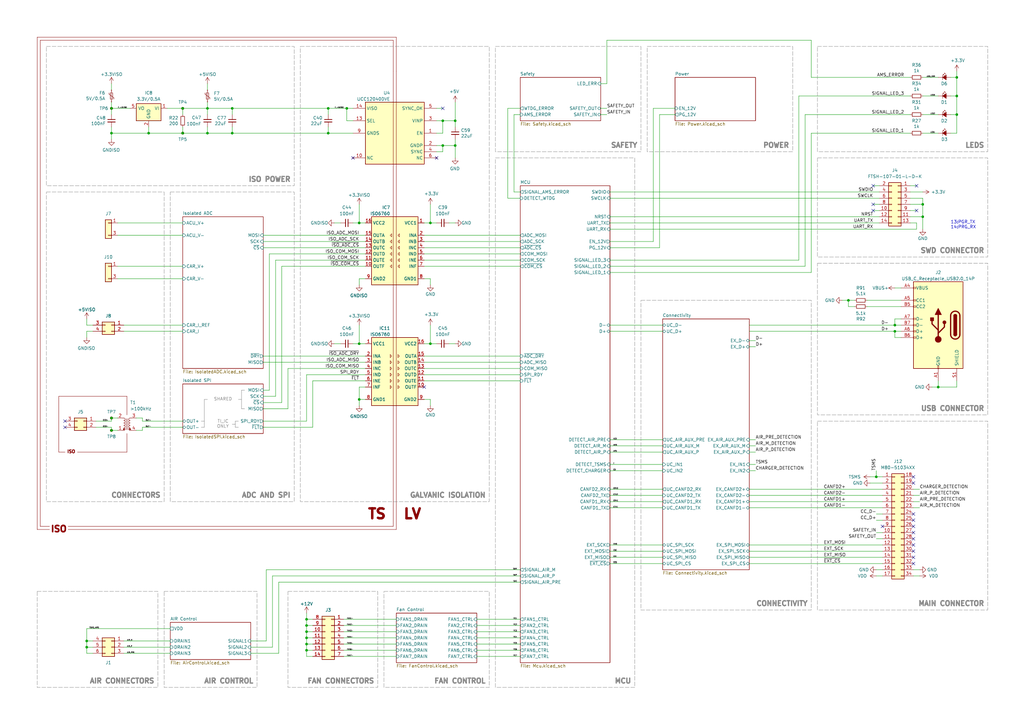
<source format=kicad_sch>
(kicad_sch (version 20231120) (generator "eeschema") (generator_version "8.0")
  (paper "A3")
  (title_block (title "PUTM_EV_BMS_HV_Master") (date "2021-01-26") (rev "1.0") (company "PUT Motorsport"))
  (junction (at 181.61 59.69))
  (junction (at 384.81 158.75))
  (junction (at 176.53 91.44))
  (junction (at 85.09 44.45))
  (junction (at 359.41 195.58))
  (junction (at 95.25 44.45))
  (junction (at 378.46 83.82))
  (junction (at 134.62 44.45))
  (junction (at 125.73 266.7))
  (junction (at 125.73 261.62))
  (junction (at 125.73 264.16))
  (junction (at 147.32 140.97))
  (junction (at 45.72 176.53))
  (junction (at 125.73 254))
  (junction (at 392.43 39.37))
  (junction (at 181.61 49.53))
  (junction (at 378.46 88.9))
  (junction (at 125.73 259.08))
  (junction (at 95.25 54.61))
  (junction (at 392.43 46.99))
  (junction (at 45.72 54.61))
  (junction (at 186.69 59.69))
  (junction (at 142.24 44.45))
  (junction (at 392.43 31.75))
  (junction (at 74.93 44.45))
  (junction (at 125.73 256.54))
  (junction (at 186.69 49.53))
  (junction (at 147.32 91.44))
  (junction (at 367.03 135.89))
  (junction (at 35.56 265.43))
  (junction (at 85.09 54.61))
  (junction (at 74.93 54.61))
  (junction (at 347.98 123.19))
  (junction (at 60.96 54.61))
  (junction (at 176.53 140.97))
  (junction (at 35.56 262.89))
  (junction (at 45.72 171.45))
  (junction (at 147.32 163.83))
  (junction (at 45.72 44.45))
  (junction (at 134.62 54.61))
  (junction (at 367.03 133.35))
  (no_connect (at 144.78 64.77))
  (no_connect (at 374.65 228.6))
  (no_connect (at 374.65 213.36))
  (no_connect (at 374.65 218.44))
  (no_connect (at 26.67 175.26))
  (no_connect (at 173.99 158.75))
  (no_connect (at 374.65 198.12))
  (no_connect (at 358.14 83.82))
  (no_connect (at 181.61 44.45))
  (no_connect (at 374.65 215.9))
  (no_connect (at 374.65 210.82))
  (no_connect (at 361.95 215.9))
  (no_connect (at 374.65 220.98))
  (no_connect (at 374.65 231.14))
  (no_connect (at 375.92 76.2))
  (no_connect (at 374.65 223.52))
  (no_connect (at 26.67 172.72))
  (no_connect (at 375.92 86.36))
  (no_connect (at 358.14 76.2))
  (no_connect (at 179.07 64.77))
  (no_connect (at 374.65 226.06))
  (no_connect (at 358.14 86.36))
  (no_connect (at 374.65 195.58))
  (wire (pts (xy 361.95 218.44) (xy 359.41 218.44)))
  (wire (pts (xy 45.72 171.45) (xy 45.72 172.72)))
  (wire (pts (xy 195.58 261.62) (xy 213.36 261.62)))
  (wire (pts (xy 107.95 99.06) (xy 149.86 99.06)))
  (wire (pts (xy 347.98 123.19) (xy 347.98 125.73)))
  (wire (pts (xy 332.74 54.61) (xy 373.38 54.61)))
  (wire (pts (xy 181.61 44.45) (xy 179.07 44.45)))
  (wire (pts (xy 176.53 114.3) (xy 176.53 116.84)))
  (wire (pts (xy 250.19 205.74) (xy 271.78 205.74)))
  (wire (pts (xy 125.73 269.24) (xy 128.27 269.24)))
  (wire (pts (xy 307.34 190.5) (xy 309.88 190.5)))
  (wire (pts (xy 270.51 46.99) (xy 270.51 101.6)))
  (wire (pts (xy 147.32 163.83) (xy 147.32 166.37)))
  (wire (pts (xy 378.46 88.9) (xy 378.46 93.98)))
  (wire (pts (xy 250.19 81.28) (xy 360.68 81.28)))
  (wire (pts (xy 125.73 259.08) (xy 128.27 259.08)))
  (wire (pts (xy 373.38 88.9) (xy 378.46 88.9)))
  (wire (pts (xy 267.97 44.45) (xy 276.86 44.45)))
  (wire (pts (xy 389.89 46.99) (xy 392.43 46.99)))
  (polyline (pts (xy 100.33 160.02) (xy 99.06 160.02)) (stroke (width 0) (color 132 132 132 1)))
  (wire (pts (xy 250.19 91.44) (xy 360.68 91.44)))
  (wire (pts (xy 173.99 109.22) (xy 213.36 109.22)))
  (wire (pts (xy 250.19 208.28) (xy 271.78 208.28)))
  (wire (pts (xy 384.81 156.21) (xy 384.81 158.75)))
  (wire (pts (xy 55.88 171.45) (xy 58.42 171.45)))
  (wire (pts (xy 74.93 52.07) (xy 74.93 54.61)))
  (polyline (pts (xy 97.79 172.72) (xy 96.52 172.72)) (stroke (width 0) (color 132 132 132 1)))
  (wire (pts (xy 147.32 83.82) (xy 147.32 91.44)))
  (wire (pts (xy 144.78 140.97) (xy 147.32 140.97)))
  (wire (pts (xy 58.42 176.53) (xy 55.88 176.53)))
  (wire (pts (xy 359.41 193.04) (xy 359.41 195.58)))
  (wire (pts (xy 35.56 265.43) (xy 35.56 267.97)))
  (wire (pts (xy 173.99 101.6) (xy 213.36 101.6)))
  (wire (pts (xy 118.11 167.64) (xy 118.11 151.13)))
  (wire (pts (xy 307.34 208.28) (xy 361.95 208.28)))
  (wire (pts (xy 250.19 106.68) (xy 327.66 106.68)))
  (polyline (pts (xy 83.82 172.72) (xy 83.82 175.26)) (stroke (width 0) (color 132 132 132 1)))
  (wire (pts (xy 102.87 265.43) (xy 111.76 265.43)))
  (wire (pts (xy 179.07 54.61) (xy 181.61 54.61)))
  (wire (pts (xy 111.76 265.43) (xy 111.76 236.22)))
  (wire (pts (xy 125.73 269.24) (xy 125.73 266.7)))
  (wire (pts (xy 330.2 46.99) (xy 373.38 46.99)))
  (wire (pts (xy 250.19 193.04) (xy 271.78 193.04)))
  (wire (pts (xy 58.42 172.72) (xy 74.93 172.72)))
  (polyline (pts (xy 15.24 217.17) (xy 15.24 15.24)) (stroke (width 0) (color 132 0 0 1)))
  (wire (pts (xy 45.72 171.45) (xy 48.26 171.45)))
  (polyline (pts (xy 27.94 217.17) (xy 162.56 217.17)) (stroke (width 0) (color 132 0 0 1)))
  (wire (pts (xy 173.99 96.52) (xy 213.36 96.52)))
  (wire (pts (xy 378.46 81.28) (xy 378.46 83.82)))
  (wire (pts (xy 250.19 133.35) (xy 271.78 133.35)))
  (wire (pts (xy 246.38 34.29) (xy 248.92 34.29)))
  (wire (pts (xy 186.69 59.69) (xy 186.69 57.15)))
  (polyline (pts (xy 16.51 16.51) (xy 161.29 16.51)) (stroke (width 0) (color 132 0 0 1)))
  (polyline (pts (xy 162.56 166.37) (xy 162.56 217.17)) (stroke (width 0) (color 132 0 0 1)))
  (wire (pts (xy 125.73 256.54) (xy 128.27 256.54)))
  (polyline (pts (xy 96.52 172.72) (xy 96.52 175.26)) (stroke (width 0) (color 132 132 132 1)))
  (wire (pts (xy 114.3 267.97) (xy 102.87 267.97)))
  (polyline (pts (xy 99.06 160.02) (xy 99.06 167.64)) (stroke (width 0) (color 132 132 132 1)))
  (wire (pts (xy 361.95 220.98) (xy 359.41 220.98)))
  (wire (pts (xy 332.74 31.75) (xy 373.38 31.75)))
  (wire (pts (xy 134.62 44.45) (xy 142.24 44.45)))
  (wire (pts (xy 109.22 233.68) (xy 109.22 262.89)))
  (wire (pts (xy 134.62 44.45) (xy 134.62 46.99)))
  (wire (pts (xy 45.72 44.45) (xy 53.34 44.45)))
  (wire (pts (xy 389.89 31.75) (xy 392.43 31.75)))
  (wire (pts (xy 276.86 46.99) (xy 270.51 46.99)))
  (wire (pts (xy 369.57 130.81) (xy 367.03 130.81)))
  (wire (pts (xy 125.73 264.16) (xy 128.27 264.16)))
  (wire (pts (xy 307.34 200.66) (xy 361.95 200.66)))
  (wire (pts (xy 38.1 262.89) (xy 35.56 262.89)))
  (wire (pts (xy 356.87 195.58) (xy 359.41 195.58)))
  (wire (pts (xy 107.95 96.52) (xy 149.86 96.52)))
  (wire (pts (xy 246.38 46.99) (xy 248.92 46.99)))
  (wire (pts (xy 250.19 78.74) (xy 360.68 78.74)))
  (wire (pts (xy 107.95 101.6) (xy 149.86 101.6)))
  (wire (pts (xy 307.34 139.7) (xy 309.88 139.7)))
  (polyline (pts (xy 83.82 175.26) (xy 82.55 175.26)) (stroke (width 0) (color 132 132 132 1)))
  (wire (pts (xy 374.65 205.74) (xy 377.19 205.74)))
  (wire (pts (xy 173.99 99.06) (xy 213.36 99.06)))
  (wire (pts (xy 35.56 135.89) (xy 35.56 138.43)))
  (wire (pts (xy 389.89 39.37) (xy 392.43 39.37)))
  (wire (pts (xy 369.57 138.43) (xy 367.03 138.43)))
  (wire (pts (xy 378.46 78.74) (xy 373.38 78.74)))
  (wire (pts (xy 115.57 165.1) (xy 107.95 165.1)))
  (wire (pts (xy 85.09 54.61) (xy 74.93 54.61)))
  (wire (pts (xy 307.34 205.74) (xy 361.95 205.74)))
  (wire (pts (xy 114.3 238.76) (xy 114.3 267.97)))
  (wire (pts (xy 345.44 123.19) (xy 347.98 123.19)))
  (wire (pts (xy 327.66 39.37) (xy 373.38 39.37)))
  (wire (pts (xy 307.34 228.6) (xy 361.95 228.6)))
  (wire (pts (xy 35.56 257.81) (xy 35.56 262.89)))
  (polyline (pts (xy 161.29 67.31) (xy 161.29 88.9)) (stroke (width 0) (color 132 0 0 1)))
  (wire (pts (xy 125.73 256.54) (xy 125.73 254)))
  (wire (pts (xy 85.09 44.45) (xy 85.09 46.99)))
  (wire (pts (xy 373.38 83.82) (xy 378.46 83.82)))
  (wire (pts (xy 210.82 78.74) (xy 210.82 46.99)))
  (wire (pts (xy 213.36 44.45) (xy 208.28 44.45)))
  (wire (pts (xy 173.99 104.14) (xy 213.36 104.14)))
  (polyline (pts (xy 162.56 67.31) (xy 162.56 88.9)) (stroke (width 0) (color 132 0 0 1)))
  (wire (pts (xy 267.97 99.06) (xy 267.97 44.45)))
  (wire (pts (xy 250.19 182.88) (xy 271.78 182.88)))
  (wire (pts (xy 50.8 265.43) (xy 69.85 265.43)))
  (wire (pts (xy 173.99 163.83) (xy 176.53 163.83)))
  (wire (pts (xy 367.03 133.35) (xy 367.03 130.81)))
  (wire (pts (xy 113.03 162.56) (xy 107.95 162.56)))
  (wire (pts (xy 134.62 54.61) (xy 144.78 54.61)))
  (wire (pts (xy 213.36 238.76) (xy 114.3 238.76)))
  (wire (pts (xy 176.53 83.82) (xy 176.53 91.44)))
  (wire (pts (xy 140.97 266.7) (xy 162.56 266.7)))
  (wire (pts (xy 250.19 223.52) (xy 271.78 223.52)))
  (wire (pts (xy 392.43 158.75) (xy 384.81 158.75)))
  (wire (pts (xy 374.65 208.28) (xy 377.19 208.28)))
  (wire (pts (xy 213.36 233.68) (xy 109.22 233.68)))
  (wire (pts (xy 95.25 44.45) (xy 134.62 44.45)))
  (polyline (pts (xy 97.79 163.83) (xy 99.06 163.83)) (stroke (width 0) (color 132 132 132 1)))
  (wire (pts (xy 210.82 46.99) (xy 213.36 46.99)))
  (wire (pts (xy 173.99 156.21) (xy 213.36 156.21)))
  (wire (pts (xy 375.92 91.44) (xy 373.38 91.44)))
  (polyline (pts (xy 162.56 116.84) (xy 162.56 138.43)) (stroke (width 0) (color 132 0 0 1)))
  (polyline (pts (xy 161.29 166.37) (xy 161.29 215.9)) (stroke (width 0) (color 132 0 0 1)))
  (wire (pts (xy 250.19 231.14) (xy 271.78 231.14)))
  (wire (pts (xy 332.74 16.51) (xy 332.74 31.75)))
  (wire (pts (xy 195.58 266.7) (xy 213.36 266.7)))
  (wire (pts (xy 359.41 233.68) (xy 361.95 233.68)))
  (wire (pts (xy 137.16 91.44) (xy 139.7 91.44)))
  (wire (pts (xy 179.07 91.44) (xy 176.53 91.44)))
  (wire (pts (xy 195.58 254) (xy 213.36 254)))
  (wire (pts (xy 58.42 175.26) (xy 58.42 176.53)))
  (wire (pts (xy 373.38 81.28) (xy 378.46 81.28)))
  (wire (pts (xy 186.69 140.97) (xy 184.15 140.97)))
  (wire (pts (xy 125.73 266.7) (xy 128.27 266.7)))
  (wire (pts (xy 307.34 185.42) (xy 309.88 185.42)))
  (wire (pts (xy 38.1 265.43) (xy 35.56 265.43)))
  (wire (pts (xy 250.19 180.34) (xy 271.78 180.34)))
  (wire (pts (xy 186.69 49.53) (xy 181.61 49.53)))
  (wire (pts (xy 250.19 101.6) (xy 270.51 101.6)))
  (wire (pts (xy 307.34 231.14) (xy 361.95 231.14)))
  (wire (pts (xy 50.8 267.97) (xy 69.85 267.97)))
  (wire (pts (xy 147.32 114.3) (xy 147.32 116.84)))
  (wire (pts (xy 208.28 81.28) (xy 213.36 81.28)))
  (wire (pts (xy 367.03 118.11) (xy 369.57 118.11)))
  (wire (pts (xy 110.49 104.14) (xy 110.49 160.02)))
  (wire (pts (xy 140.97 264.16) (xy 162.56 264.16)))
  (wire (pts (xy 48.26 109.22) (xy 74.93 109.22)))
  (wire (pts (xy 118.11 151.13) (xy 149.86 151.13)))
  (wire (pts (xy 125.73 254) (xy 128.27 254)))
  (wire (pts (xy 378.46 31.75) (xy 384.81 31.75)))
  (wire (pts (xy 367.03 138.43) (xy 367.03 135.89)))
  (wire (pts (xy 173.99 151.13) (xy 213.36 151.13)))
  (wire (pts (xy 173.99 106.68) (xy 213.36 106.68)))
  (wire (pts (xy 74.93 44.45) (xy 74.93 46.99)))
  (wire (pts (xy 48.26 96.52) (xy 74.93 96.52)))
  (wire (pts (xy 330.2 109.22) (xy 330.2 46.99)))
  (wire (pts (xy 181.61 62.23) (xy 181.61 59.69)))
  (wire (pts (xy 85.09 44.45) (xy 95.25 44.45)))
  (wire (pts (xy 378.46 83.82) (xy 378.46 88.9)))
  (wire (pts (xy 374.65 203.2) (xy 377.19 203.2)))
  (wire (pts (xy 74.93 44.45) (xy 68.58 44.45)))
  (wire (pts (xy 45.72 46.99) (xy 45.72 44.45)))
  (wire (pts (xy 125.73 261.62) (xy 125.73 264.16)))
  (wire (pts (xy 142.24 44.45) (xy 144.78 44.45)))
  (wire (pts (xy 250.19 228.6) (xy 271.78 228.6)))
  (polyline (pts (xy 99.06 167.64) (xy 100.33 167.64)) (stroke (width 0) (color 132 132 132 1)))
  (polyline (pts (xy 52.07 170.18) (xy 52.07 162.56)) (stroke (width 0) (color 132 0 0 1)))
  (wire (pts (xy 128.27 156.21) (xy 149.86 156.21)))
  (wire (pts (xy 208.28 44.45) (xy 208.28 81.28)))
  (wire (pts (xy 181.61 54.61) (xy 181.61 49.53)))
  (polyline (pts (xy 161.29 16.51) (xy 161.29 29.21)) (stroke (width 0) (color 132 0 0 1)))
  (wire (pts (xy 186.69 59.69) (xy 186.69 64.77)))
  (wire (pts (xy 35.56 262.89) (xy 35.56 265.43)))
  (wire (pts (xy 85.09 54.61) (xy 95.25 54.61)))
  (wire (pts (xy 347.98 125.73) (xy 350.52 125.73)))
  (wire (pts (xy 140.97 269.24) (xy 162.56 269.24)))
  (wire (pts (xy 250.19 93.98) (xy 375.92 93.98)))
  (wire (pts (xy 248.92 16.51) (xy 332.74 16.51)))
  (wire (pts (xy 125.73 251.46) (xy 125.73 254)))
  (wire (pts (xy 248.92 34.29) (xy 248.92 16.51)))
  (wire (pts (xy 140.97 256.54) (xy 162.56 256.54)))
  (wire (pts (xy 45.72 41.91) (xy 45.72 44.45)))
  (polyline (pts (xy 26.67 185.42) (xy 24.13 185.42)) (stroke (width 0) (color 132 0 0 1)))
  (wire (pts (xy 147.32 133.35) (xy 147.32 140.97)))
  (wire (pts (xy 179.07 62.23) (xy 181.61 62.23)))
  (wire (pts (xy 375.92 76.2) (xy 373.38 76.2)))
  (wire (pts (xy 195.58 259.08) (xy 213.36 259.08)))
  (wire (pts (xy 144.78 49.53) (xy 142.24 49.53)))
  (polyline (pts (xy 24.13 162.56) (xy 24.13 185.42)) (stroke (width 0) (color 132 0 0 1)))
  (wire (pts (xy 250.19 226.06) (xy 271.78 226.06)))
  (wire (pts (xy 250.19 203.2) (xy 271.78 203.2)))
  (wire (pts (xy 250.19 111.76) (xy 332.74 111.76)))
  (wire (pts (xy 50.8 133.35) (xy 74.93 133.35)))
  (wire (pts (xy 392.43 46.99) (xy 392.43 54.61)))
  (wire (pts (xy 50.8 262.89) (xy 69.85 262.89)))
  (wire (pts (xy 125.73 153.67) (xy 149.86 153.67)))
  (wire (pts (xy 125.73 153.67) (xy 125.73 172.72)))
  (wire (pts (xy 95.25 44.45) (xy 95.25 46.99)))
  (wire (pts (xy 140.97 259.08) (xy 162.56 259.08)))
  (wire (pts (xy 179.07 140.97) (xy 176.53 140.97)))
  (wire (pts (xy 125.73 259.08) (xy 125.73 261.62)))
  (wire (pts (xy 173.99 148.59) (xy 213.36 148.59)))
  (wire (pts (xy 74.93 54.61) (xy 60.96 54.61)))
  (wire (pts (xy 347.98 123.19) (xy 350.52 123.19)))
  (wire (pts (xy 58.42 175.26) (xy 74.93 175.26)))
  (polyline (pts (xy 16.51 215.9) (xy 16.51 16.51)) (stroke (width 0) (color 132 0 0 1)))
  (wire (pts (xy 140.97 261.62) (xy 162.56 261.62)))
  (polyline (pts (xy 52.07 162.56) (xy 24.13 162.56)) (stroke (width 0) (color 132 0 0 1)))
  (wire (pts (xy 307.34 133.35) (xy 367.03 133.35)))
  (wire (pts (xy 176.53 133.35) (xy 176.53 140.97)))
  (polyline (pts (xy 96.52 175.26) (xy 97.79 175.26)) (stroke (width 0) (color 132 132 132 1)))
  (wire (pts (xy 45.72 54.61) (xy 45.72 57.15)))
  (wire (pts (xy 392.43 156.21) (xy 392.43 158.75)))
  (wire (pts (xy 382.27 158.75) (xy 384.81 158.75)))
  (wire (pts (xy 128.27 156.21) (xy 128.27 175.26)))
  (wire (pts (xy 144.78 91.44) (xy 147.32 91.44)))
  (wire (pts (xy 35.56 257.81) (xy 69.85 257.81)))
  (wire (pts (xy 250.19 185.42) (xy 271.78 185.42)))
  (wire (pts (xy 186.69 41.91) (xy 186.69 49.53)))
  (wire (pts (xy 374.65 233.68) (xy 377.19 233.68)))
  (wire (pts (xy 389.89 54.61) (xy 392.43 54.61)))
  (wire (pts (xy 35.56 130.81) (xy 35.56 133.35)))
  (wire (pts (xy 147.32 158.75) (xy 147.32 163.83)))
  (polyline (pts (xy 16.51 215.9) (xy 20.32 215.9)) (stroke (width 0) (color 132 0 0 1)))
  (wire (pts (xy 369.57 135.89) (xy 367.03 135.89)))
  (wire (pts (xy 327.66 106.68) (xy 327.66 39.37)))
  (wire (pts (xy 375.92 86.36) (xy 373.38 86.36)))
  (wire (pts (xy 359.41 236.22) (xy 361.95 236.22)))
  (wire (pts (xy 140.97 254) (xy 162.56 254)))
  (wire (pts (xy 307.34 135.89) (xy 367.03 135.89)))
  (wire (pts (xy 173.99 114.3) (xy 176.53 114.3)))
  (wire (pts (xy 176.53 163.83) (xy 176.53 166.37)))
  (wire (pts (xy 85.09 44.45) (xy 74.93 44.45)))
  (wire (pts (xy 250.19 135.89) (xy 271.78 135.89)))
  (polyline (pts (xy 162.56 29.21) (xy 162.56 41.91)) (stroke (width 0) (color 132 0 0 1)))
  (wire (pts (xy 85.09 34.29) (xy 85.09 36.83)))
  (wire (pts (xy 111.76 236.22) (xy 213.36 236.22)))
  (wire (pts (xy 149.86 106.68) (xy 113.03 106.68)))
  (polyline (pts (xy 52.07 185.42) (xy 52.07 177.8)) (stroke (width 0) (color 132 0 0 1)))
  (wire (pts (xy 35.56 267.97) (xy 38.1 267.97)))
  (wire (pts (xy 250.19 99.06) (xy 267.97 99.06)))
  (wire (pts (xy 58.42 172.72) (xy 58.42 171.45)))
  (wire (pts (xy 392.43 39.37) (xy 392.43 46.99)))
  (wire (pts (xy 95.25 52.07) (xy 95.25 54.61)))
  (wire (pts (xy 384.81 39.37) (xy 378.46 39.37)))
  (wire (pts (xy 95.25 54.61) (xy 134.62 54.61)))
  (wire (pts (xy 125.73 264.16) (xy 125.73 266.7)))
  (wire (pts (xy 107.95 167.64) (xy 118.11 167.64)))
  (wire (pts (xy 176.53 140.97) (xy 173.99 140.97)))
  (wire (pts (xy 125.73 259.08) (xy 125.73 256.54)))
  (wire (pts (xy 35.56 133.35) (xy 38.1 133.35)))
  (wire (pts (xy 48.26 91.44) (xy 74.93 91.44)))
  (wire (pts (xy 173.99 146.05) (xy 213.36 146.05)))
  (wire (pts (xy 107.95 148.59) (xy 149.86 148.59)))
  (wire (pts (xy 246.38 44.45) (xy 248.92 44.45)))
  (wire (pts (xy 45.72 54.61) (xy 60.96 54.61)))
  (wire (pts (xy 149.86 114.3) (xy 147.32 114.3)))
  (polyline (pts (xy 82.55 172.72) (xy 83.82 172.72)) (stroke (width 0) (color 132 132 132 1)))
  (wire (pts (xy 250.19 190.5) (xy 271.78 190.5)))
  (wire (pts (xy 113.03 106.68) (xy 113.03 162.56)))
  (polyline (pts (xy 162.56 15.24) (xy 162.56 29.21)) (stroke (width 0) (color 132 0 0 1)))
  (wire (pts (xy 374.65 200.66) (xy 377.19 200.66)))
  (polyline (pts (xy 161.29 116.84) (xy 161.29 138.43)) (stroke (width 0) (color 132 0 0 1)))
  (wire (pts (xy 149.86 163.83) (xy 147.32 163.83)))
  (wire (pts (xy 142.24 49.53) (xy 142.24 44.45)))
  (wire (pts (xy 361.95 210.82) (xy 359.41 210.82)))
  (wire (pts (xy 307.34 180.34) (xy 309.88 180.34)))
  (wire (pts (xy 147.32 140.97) (xy 149.86 140.97)))
  (wire (pts (xy 107.95 160.02) (xy 110.49 160.02)))
  (polyline (pts (xy 15.24 217.17) (xy 20.32 217.17)) (stroke (width 0) (color 132 0 0 1)))
  (wire (pts (xy 173.99 153.67) (xy 213.36 153.67)))
  (wire (pts (xy 181.61 49.53) (xy 179.07 49.53)))
  (wire (pts (xy 356.87 198.12) (xy 361.95 198.12)))
  (wire (pts (xy 361.95 213.36) (xy 359.41 213.36)))
  (wire (pts (xy 307.34 193.04) (xy 309.88 193.04)))
  (polyline (pts (xy 15.24 15.24) (xy 162.56 15.24)) (stroke (width 0) (color 132 0 0 1)))
  (wire (pts (xy 307.34 182.88) (xy 309.88 182.88)))
  (wire (pts (xy 195.58 264.16) (xy 213.36 264.16)))
  (wire (pts (xy 134.62 52.07) (xy 134.62 54.61)))
  (wire (pts (xy 307.34 142.24) (xy 309.88 142.24)))
  (wire (pts (xy 186.69 49.53) (xy 186.69 52.07)))
  (wire (pts (xy 375.92 93.98) (xy 375.92 91.44)))
  (wire (pts (xy 181.61 59.69) (xy 179.07 59.69)))
  (wire (pts (xy 115.57 109.22) (xy 115.57 165.1)))
  (wire (pts (xy 195.58 256.54) (xy 213.36 256.54)))
  (wire (pts (xy 392.43 29.21) (xy 392.43 31.75)))
  (wire (pts (xy 176.53 91.44) (xy 173.99 91.44)))
  (wire (pts (xy 360.68 83.82) (xy 358.14 83.82)))
  (wire (pts (xy 128.27 175.26) (xy 107.95 175.26)))
  (wire (pts (xy 125.73 261.62) (xy 128.27 261.62)))
  (polyline (pts (xy 95.25 173.99) (xy 96.52 173.99)) (stroke (width 0) (color 132 132 132 1)))
  (wire (pts (xy 186.69 59.69) (xy 181.61 59.69)))
  (wire (pts (xy 384.81 54.61) (xy 378.46 54.61)))
  (wire (pts (xy 195.58 269.24) (xy 213.36 269.24)))
  (wire (pts (xy 107.95 146.05) (xy 149.86 146.05)))
  (wire (pts (xy 369.57 133.35) (xy 367.03 133.35)))
  (wire (pts (xy 147.32 158.75) (xy 149.86 158.75)))
  (wire (pts (xy 384.81 46.99) (xy 378.46 46.99)))
  (wire (pts (xy 45.72 34.29) (xy 45.72 36.83)))
  (wire (pts (xy 109.22 262.89) (xy 102.87 262.89)))
  (wire (pts (xy 355.6 123.19) (xy 369.57 123.19)))
  (polyline (pts (xy 27.94 215.9) (xy 161.29 215.9)) (stroke (width 0) (color 132 0 0 1)))
  (polyline (pts (xy 52.07 185.42) (xy 31.75 185.42)) (stroke (width 0) (color 132 0 0 1)))
  (wire (pts (xy 110.49 104.14) (xy 149.86 104.14)))
  (wire (pts (xy 355.6 125.73) (xy 369.57 125.73)))
  (wire (pts (xy 39.37 172.72) (xy 45.72 172.72)))
  (wire (pts (xy 250.19 109.22) (xy 330.2 109.22)))
  (wire (pts (xy 137.16 140.97) (xy 139.7 140.97)))
  (wire (pts (xy 186.69 91.44) (xy 184.15 91.44)))
  (wire (pts (xy 307.34 223.52) (xy 361.95 223.52)))
  (wire (pts (xy 45.72 176.53) (xy 45.72 175.26)))
  (polyline (pts (xy 161.29 29.21) (xy 161.29 41.91)) (stroke (width 0) (color 132 0 0 1)))
  (wire (pts (xy 213.36 78.74) (xy 210.82 78.74)))
  (wire (pts (xy 250.19 200.66) (xy 271.78 200.66)))
  (polyline (pts (xy 83.82 163.83) (xy 85.09 163.83)) (stroke (width 0) (color 132 132 132 1)))
  (wire (pts (xy 250.19 88.9) (xy 360.68 88.9)))
  (wire (pts (xy 149.86 109.22) (xy 115.57 109.22)))
  (wire (pts (xy 374.65 236.22) (xy 377.19 236.22)))
  (wire (pts (xy 360.68 86.36) (xy 358.14 86.36)))
  (wire (pts (xy 332.74 111.76) (xy 332.74 54.61)))
  (wire (pts (xy 359.41 195.58) (xy 361.95 195.58)))
  (wire (pts (xy 307.34 203.2) (xy 361.95 203.2)))
  (wire (pts (xy 48.26 114.3) (xy 74.93 114.3)))
  (wire (pts (xy 107.95 172.72) (xy 125.73 172.72)))
  (wire (pts (xy 392.43 31.75) (xy 392.43 39.37)))
  (wire (pts (xy 85.09 41.91) (xy 85.09 44.45)))
  (wire (pts (xy 307.34 226.06) (xy 361.95 226.06)))
  (wire (pts (xy 85.09 52.07) (xy 85.09 54.61)))
  (wire (pts (xy 38.1 135.89) (xy 35.56 135.89)))
  (wire (pts (xy 147.32 91.44) (xy 149.86 91.44)))
  (wire (pts (xy 50.8 135.89) (xy 74.93 135.89)))
  (wire (pts (xy 360.68 76.2) (xy 358.14 76.2)))
  (wire (pts (xy 60.96 52.07) (xy 60.96 54.61)))
  (wire (pts (xy 45.72 176.53) (xy 48.26 176.53)))
  (wire (pts (xy 39.37 175.26) (xy 45.72 175.26)))
  (wire (pts (xy 45.72 52.07) (xy 45.72 54.61)))
  (polyline (pts (xy 83.82 172.72) (xy 83.82 163.83)) (stroke (width 0) (color 132 132 132 1)))
  (rectangle (start 157.48 242.57) (end 200.66 281.94) (stroke (width 0) (type dash) (color 132 132 132 1)))
  (rectangle (start 19.05 19.05) (end 120.65 76.2) (stroke (width 0) (type dash) (color 132 132 132 1)))
  (rectangle (start 335.28 19.05) (end 405.13 62.23) (stroke (width 0) (type dash) (color 132 132 132 1)))
  (rectangle (start 335.28 107.95) (end 405.13 170.18) (stroke (width 0) (type dash) (color 132 132 132 1)))
  (rectangle (start 19.05 78.74) (end 67.31 205.74) (stroke (width 0) (type dash) (color 132 132 132 1)))
  (rectangle (start 67.31 242.57) (end 105.41 281.94) (stroke (width 0) (type dash) (color 132 132 132 1)))
  (rectangle (start 335.28 64.77) (end 405.13 105.41) (stroke (width 0) (type dash) (color 132 132 132 1)))
  (rectangle (start 118.11 242.57) (end 154.94 281.94) (stroke (width 0) (type dash) (color 132 132 132 1)))
  (rectangle (start 15.24 242.57) (end 64.77 281.94) (stroke (width 0) (type dash) (color 132 132 132 1)))
  (rectangle (start 69.85 78.74) (end 120.65 205.74) (stroke (width 0) (type dash) (color 132 132 132 1)))
  (rectangle (start 123.19 19.05) (end 200.66 205.74) (stroke (width 0) (type dash) (color 132 132 132 1)))
  (rectangle (start 203.2 19.05) (end 262.89 62.23) (stroke (width 0) (type dash) (color 132 132 132 1)))
  (rectangle (start 203.2 64.77) (end 260.35 281.94) (stroke (width 0) (type dash) (color 132 132 132 1)))
  (rectangle (start 262.89 123.19) (end 332.74 250.19) (stroke (width 0) (type dash) (color 132 132 132 1)))
  (rectangle (start 335.28 172.72) (end 405.13 250.19) (stroke (width 0) (type dash) (color 132 132 132 1)))
  (rectangle (start 265.43 19.05) (end 325.12 62.23) (stroke (width 0) (type dash) (color 132 132 132 1)))
  (text "TS" (at 158.75 213.36 0) (effects (font (size 4.064 4.064) (thickness 1) (bold yes)) (justify right bottom)))
  (text "TI_IC\nONLY" (at 91.44 173.99 0) (effects (font (size 1.27 1.27))))
  (text "GALVANIC ISOLATION" (at 199.39 204.47 0) (effects (font (size 2.032 2.032) (thickness 1) (bold yes)) (justify right bottom)))
  (text "FAN CONNECTORS" (at 153.67 280.67 0) (effects (font (size 2.032 2.032) (thickness 1) (bold yes)) (justify right bottom)))
  (text "MAIN CONNECTOR" (at 403.86 248.92 0) (effects (font (size 2.032 2.032) (thickness 1) (bold yes)) (justify right bottom)))
  (text "SAFETY" (at 261.62 60.96 0) (effects (font (size 2.032 2.032) (thickness 1) (bold yes)) (justify right bottom)))
  (text "LV" (at 165.1 213.36 0) (effects (font (size 4.064 4.064) (thickness 1) (bold yes)) (justify left bottom)))
  (text "MCU" (at 259.08 280.67 0) (effects (font (size 2.032 2.032) (thickness 1) (bold yes)) (justify right bottom)))
  (text "AIR CONNECTORS" (at 63.5 280.67 0) (effects (font (size 2.032 2.032) (thickness 1) (bold yes)) (justify right bottom)))
  (text "SHARED" (at 91.44 163.83 0) (effects (font (size 1.27 1.27))))
  (text "FAN CONTROL" (at 199.39 280.67 0) (effects (font (size 2.032 2.032) (thickness 1) (bold yes)) (justify right bottom)))
  (text "LEDS" (at 403.86 60.96 0) (effects (font (size 2.032 2.032) (thickness 1) (bold yes)) (justify right bottom)))
  (text "SWD CONNECTOR" (at 403.86 104.14 0) (effects (font (size 2.032 2.032) (thickness 1) (bold yes)) (justify right bottom)))
  (text "USB CONNECTOR" (at 403.86 168.91 0) (effects (font (size 2.032 2.032) (thickness 1) (bold yes)) (justify right bottom)))
  (text "13:PGR_TX\n14:PRG_RX" (at 389.89 93.98 0) (effects (font (size 1.27 1.27)) (justify left bottom)))
  (text "ISO" (at 24.13 217.17 0) (effects (font (size 2.54 2.54) (thickness 1) (bold yes))))
  (text "AIR CONTROL" (at 104.14 280.67 0) (effects (font (size 2.032 2.032) (thickness 1) (bold yes)) (justify right bottom)))
  (text "CONNECTORS" (at 66.04 204.47 0) (effects (font (size 2.032 2.032) (thickness 1) (bold yes)) (justify right bottom)))
  (text "CONNECTIVITY" (at 331.47 248.92 0) (effects (font (size 2.032 2.032) (thickness 1) (bold yes)) (justify right bottom)))
  (text "ISO" (at 29.21 185.42 0) (effects (font (size 1.27 1.27) (thickness 1) (bold yes))))
  (text "ISO POWER" (at 119.38 74.93 0) (effects (font (size 2.032 2.032) (thickness 1) (bold yes)) (justify right bottom)))
  (text "POWER" (at 323.85 60.96 0) (effects (font (size 2.032 2.032) (thickness 1) (bold yes)) (justify right bottom)))
  (text "ADC AND SPI" (at 119.38 204.47 0) (effects (font (size 2.032 2.032) (thickness 1) (bold yes)) (justify right bottom)))
  (label "SIGNAL_LED_3" (at 370.84 39.37 180))
  (label "TSMS" (at 359.41 193.04 90))
  (label "AIR_P_DETECTION" (at 309.88 185.42 0))
  (label "ISO_COM_SCK" (at 147.32 106.68 180))
  (label "UART_TX" (at 358.14 91.44 180))
  (label "SAFETY_IN" (at 248.92 46.99 0))
  (label "OUT+" (at 59.69 172.72 0) (effects (font (size 0.508 0.508))))
  (label "AIR_PRE" (at 52.07 267.97 0) (effects (font (size 0.5 0.5))))
  (label "AED" (at 251.46 180.34 0) (effects (font (size 0.508 0.508))))
  (label "FC3" (at 212.09 259.08 180) (effects (font (size 0.508 0.508))))
  (label "ISO_ADC_MOSI" (at 147.32 96.52 180))
  (label "~{FLT}" (at 147.32 156.21 180))
  (label "~{ISO_ADC_DRY}" (at 147.32 146.05 180))
  (label "ISO_COM_MOSI" (at 147.32 104.14 180))
  (label "CHARGER_DETECTION" (at 377.19 200.66 0))
  (label "AIR_M_DETECTION" (at 309.88 182.88 0))
  (label "D+" (at 309.88 142.24 0))
  (label "FC4" (at 212.09 261.62 180) (effects (font (size 0.508 0.508))))
  (label "AIR_M_DETECTION" (at 377.19 208.28 0))
  (label "LED2" (at 383.54 46.99 180) (effects (font (size 0.508 0.508))))
  (label "FAN3-" (at 142.24 259.08 0) (effects (font (size 0.5 0.5))))
  (label "SIGNAL_LED_1" (at 370.84 54.61 180))
  (label "CRX2" (at 251.46 200.66 0) (effects (font (size 0.508 0.508))))
  (label "FAN1-" (at 142.24 254 0) (effects (font (size 0.5 0.5))))
  (label "SAFETY_IN" (at 359.41 218.44 180))
  (label "LED1" (at 383.54 54.61 180) (effects (font (size 0.508 0.508))))
  (label "CTX2" (at 251.46 203.2 0) (effects (font (size 0.508 0.508))))
  (label "UART_RX" (at 358.14 93.98 180))
  (label "CANFD2-" (at 337.82 203.2 0))
  (label "FC7" (at 212.09 269.24 180) (effects (font (size 0.508 0.508))))
  (label "SAE" (at 212.09 238.76 180) (effects (font (size 0.508 0.508))))
  (label "AIR_PRE_DETECTION" (at 309.88 180.34 0))
  (label "FAN6-" (at 142.24 266.7 0) (effects (font (size 0.5 0.5))))
  (label "OUT-" (at 59.69 175.26 0) (effects (font (size 0.508 0.508))))
  (label "FAN4-" (at 142.24 261.62 0) (effects (font (size 0.5 0.5))))
  (label "D-" (at 364.4567 133.35 180))
  (label "AMD" (at 251.46 182.88 0) (effects (font (size 0.508 0.508))))
  (label "AMS_ERR" (at 383.54 31.75 180) (effects (font (size 0.508 0.508))))
  (label "D-" (at 309.88 139.7 0))
  (label "~{EXT_CS}" (at 337.82 231.14 0))
  (label "SWCLK" (at 358.14 81.28 180))
  (label "~{ISO_COM_CS}" (at 147.32 109.22 180))
  (label "SPI_RDY" (at 147.32 153.67 180))
  (label "AIR_P_DETECTION" (at 377.19 203.2 0))
  (label "CHARGER_DETECTION" (at 309.88 193.04 0))
  (label "ISO_COM_MISO" (at 147.32 151.13 180))
  (label "AIR_P" (at 52.07 265.43 0) (effects (font (size 0.5 0.5))))
  (label "AMS_ERROR" (at 370.84 31.75 180))
  (label "SWDIO" (at 358.14 78.74 180))
  (label "F_+5VISO" (at 140.97 44.45 180) (effects (font (size 0.5 0.5))))
  (label "FC1" (at 212.09 254 180) (effects (font (size 0.508 0.508))))
  (label "CRX1" (at 251.46 205.74 0) (effects (font (size 0.508 0.508))))
  (label "CC_D-" (at 359.41 210.82 180))
  (label "LED3" (at 383.54 39.37 180) (effects (font (size 0.508 0.508))))
  (label "AIR_M" (at 52.07 262.89 0) (effects (font (size 0.5 0.5))))
  (label "SAP" (at 212.09 236.22 180) (effects (font (size 0.508 0.508))))
  (label "EXT_SCK" (at 337.82 226.06 0))
  (label "T" (at 251.46 190.5 0) (effects (font (size 0.508 0.508))))
  (label "CCO+" (at 44.45 172.72 180) (effects (font (size 0.508 0.508))))
  (label "FC5" (at 212.09 264.16 180) (effects (font (size 0.508 0.508))))
  (label "AIR_PRE_DETECTION" (at 377.19 205.74 0))
  (label "FAN5-" (at 142.24 264.16 0) (effects (font (size 0.5 0.5))))
  (label "~{ECS}" (at 251.46 231.14 0) (effects (font (size 0.508 0.508))))
  (label "CC_D+" (at 359.41 213.36 180))
  (label "SAM" (at 212.09 233.68 180) (effects (font (size 0.508 0.508))))
  (label "EMI" (at 251.46 228.6 0) (effects (font (size 0.508 0.508))))
  (label "~{ISO_ADC_CS}" (at 147.32 101.6 180))
  (label "SAFETY_OUT" (at 248.92 44.45 0))
  (label "CANFD1+" (at 337.82 205.74 0))
  (label "EXT_MOSI" (at 337.82 223.52 0))
  (label "CD" (at 251.46 193.04 0) (effects (font (size 0.508 0.508))))
  (label "FAN2-" (at 142.24 256.54 0) (effects (font (size 0.5 0.5))))
  (label "APD" (at 251.46 185.42 0) (effects (font (size 0.508 0.508))))
  (label "D+" (at 364.49 135.89 180))
  (label "TSMS" (at 309.88 190.5 0))
  (label "FAN7-" (at 142.24 269.24 0) (effects (font (size 0.5 0.5))))
  (label "ISO_ADC_SCK" (at 147.32 99.06 180))
  (label "TSMS_AIRS" (at 40.64 257.81 180) (effects (font (size 0.5 0.5))))
  (label "EMO" (at 251.46 223.52 0) (effects (font (size 0.508 0.508))))
  (label "F_+3VISO" (at 52.07 44.45 180) (effects (font (size 0.5 0.5))))
  (label "CANFD1-" (at 337.82 208.28 0))
  (label "SIGNAL_LED_2" (at 370.84 46.99 180))
  (label "EXT_MISO" (at 337.82 228.6 0))
  (label "ESC" (at 251.46 226.06 0) (effects (font (size 0.508 0.508))))
  (label "ISO_ADC_MISO" (at 147.32 148.59 180))
  (label "FC6" (at 212.09 266.7 180) (effects (font (size 0.508 0.508))))
  (label "CTX1" (at 251.46 208.28 0) (effects (font (size 0.508 0.508))))
  (label "NRST" (at 358.14 88.9 180))
  (label "CCO-" (at 44.45 175.26 180) (effects (font (size 0.508 0.508))))
  (label "CANFD2+" (at 337.82 200.66 0))
  (label "SAFETY_OUT" (at 359.41 220.98 180))
  (label "FC2" (at 212.09 256.54 180) (effects (font (size 0.508 0.508))))
  (symbol (lib_id "Device:R_Small") (at 375.92 39.37 90) (mirror x) (unit 1)
    (property "Reference" "R34" (at 375.92 34.29 90))
    (property "Value" "1k" (at 375.92 36.6014 90))
    (property "Footprint" "Resistor_SMD:R_0603_1608Metric" (effects (hide yes)))
    (property "Manufacturer_Name" "--" (effects (hide yes)))
    (property "Manufacturer_Part_Number" "--" (effects (hide yes)))
  )
  (symbol (lib_id "Samacsys_kicad_sym:M80-51004XX") (at 44.45 134.62 0) (mirror y) (unit 1)
    (property "Reference" "J8" (at 44.45 129.54 0))
    (property "Value" "M80-51004XX" (effects (hide yes)))
    (property "Footprint" "Samacsys:M80-51004YY" (effects (hide yes)))
    (property "Datasheet" "https://cdn.harwin.com/pdfs/M80-510.pdf" (effects (hide yes)))
    (property "Description" "4 Male DIL Vertical Throughboard Conn. Jackscrews, 2.00mm Pitch High-Reliability Connector - Datamate J-Tek" (effects (hide yes)))
    (property "Mouser Part Number" "855-M80-5100442" (effects (hide yes)))
    (property "Mouser Price/Stock" "https://www.mouser.co.uk/ProductDetail/Harwin/M80-5100442?qs=wuXwK9wHm9vlrUDxU70C1Q%3D%3D" (effects (hide yes)))
    (property "Manufacturer_Name" "Harwin" (effects (hide yes)))
    (property "Manufacturer_Part_Number" "M80-5100442" (effects (hide yes)))
  )
  (symbol (lib_id "Samacsys_kicad_sym:M80-51004XX") (at 33.02 173.99 0) (mirror y) (unit 1)
    (property "Reference" "J5" (at 33.02 168.91 0))
    (property "Value" "M80-51004XX" (effects (hide yes)))
    (property "Footprint" "Samacsys:M80-51004YY" (effects (hide yes)))
    (property "Datasheet" "https://cdn.harwin.com/pdfs/M80-510.pdf" (effects (hide yes)))
    (property "Description" "4 Male DIL Vertical Throughboard Conn. Jackscrews, 2.00mm Pitch High-Reliability Connector - Datamate J-Tek" (effects (hide yes)))
    (property "Mouser Part Number" "855-M80-5100442" (effects (hide yes)))
    (property "Mouser Price/Stock" "https://www.mouser.co.uk/ProductDetail/Harwin/M80-5100442?qs=wuXwK9wHm9vlrUDxU70C1Q%3D%3D" (effects (hide yes)))
    (property "Manufacturer_Name" "Harwin" (effects (hide yes)))
    (property "Manufacturer_Part_Number" "M80-5100442" (effects (hide yes)))
  )
  (symbol (lib_id "Device:R_Small") (at 74.93 49.53 0) (mirror x) (unit 1)
    (property "Reference" "R22" (at 73.152 48.3616 0) (effects (justify right)))
    (property "Value" "200" (at 73.152 50.673 0) (effects (justify right)))
    (property "Footprint" "Resistor_SMD:R_0603_1608Metric" (effects (hide yes)))
    (property "Manufacturer_Name" "--" (effects (hide yes)))
    (property "Manufacturer_Part_Number" "--" (effects (hide yes)))
  )
  (symbol (lib_id "power:VDD") (at 359.41 236.22 90) (mirror x) (unit 1)
    (property "Reference" "#PWR018" (effects (hide yes)))
    (property "Value" "VDD" (at 355.6 236.22 90) (effects (justify left)))
  )
  (symbol (lib_name "GND_28") (lib_id "power:GND") (at 186.69 140.97 90) (mirror x) (unit 1)
    (property "Reference" "#PWR0136" (effects (hide yes)))
    (property "Value" "GND" (at 189.23 140.97 90) (effects (justify right)))
  )
  (symbol (lib_id "AP7365-33YRG-13:AP7365-33YRG-13") (at 60.96 45.72 0) (mirror y) (unit 1)
    (property "Reference" "IC8" (at 60.96 38.1 0))
    (property "Value" "3.3V/0.5A" (at 60.96 40.64 0))
    (property "Footprint" "Package_TO_SOT_SMD:SOT-23-5" (effects (hide yes)))
    (property "Datasheet" "https://www.ti.com/lit/ds/symlink/tps7b92.pdf?ts=1722521243041&ref_url=https%253A%252F%252Fwww.mouser.com%252F" (effects (hide yes)))
    (property "Description" "LDO Voltage Regulators 300mA 40V 1.8 A IQ low-dropout linear regulator" (effects (hide yes)))
    (property "Height" "1.6" (effects (hide yes)))
    (property "Mouser Part Number" "595-TPS7B92033DBVR" (effects (hide yes)))
    (property "Mouser Price/Stock" "https://www.mouser.pl/ProductDetail/Texas-Instruments/TPS7B92033DBVR?qs=i8QVZAFTkqTn75tUVrN19A%3D%3D" (effects (hide yes)))
    (property "Manufacturer_Name" "Texas Instruments" (effects (hide yes)))
    (property "Manufacturer_Part_Number" " TPS7B92033DBVR" (effects (hide yes)))
  )
  (symbol (lib_name "+3.3V_11") (lib_id "power:+3.3V") (at 45.72 34.29 0) (mirror y) (unit 1)
    (property "Reference" "#PWR0121" (effects (hide yes)))
    (property "Value" "+3.3VISO" (at 45.72 30.48 0))
  )
  (symbol (lib_id "Device:R_Small") (at 375.92 31.75 90) (mirror x) (unit 1)
    (property "Reference" "R36" (at 375.92 26.67 90))
    (property "Value" "1k" (at 375.92 28.9814 90))
    (property "Footprint" "Resistor_SMD:R_0603_1608Metric" (effects (hide yes)))
    (property "Manufacturer_Name" "--" (effects (hide yes)))
    (property "Manufacturer_Part_Number" "--" (effects (hide yes)))
  )
  (symbol (lib_id "power:+3.3V") (at 367.03 118.11 90) (unit 1)
    (property "Reference" "#PWR01" (effects (hide yes)))
    (property "Value" "VBUS+" (at 364.49 118.11 90) (effects (justify left)))
  )
  (symbol (lib_id "Device:C_Small") (at 186.69 54.61 0) (unit 1)
    (property "Reference" "C59" (at 189.0268 53.4416 0) (effects (justify left)))
    (property "Value" "22uF" (at 189.0268 55.753 0) (effects (justify left)))
    (property "Footprint" "Capacitor_SMD:C_0805_2012Metric" (effects (hide yes)))
    (property "Manufacturer_Name" "--" (effects (hide yes)))
    (property "Manufacturer_Part_Number" "--" (effects (hide yes)))
    (property "Mouser Price/Stock" "https://www.mouser.pl/ProductDetail/Samsung-Electro-Mechanics/CL21A107MQYNNWE?qs=81r%252BiQLm7BSNi6fWCnDBNQ%3D%3D" (effects (hide yes)))
  )
  (symbol (lib_name "+3.3V_2") (lib_id "power:+3.3V") (at 147.32 133.35 0) (unit 1)
    (property "Reference" "#PWR0133" (effects (hide yes)))
    (property "Value" "+3.3VISO" (at 147.32 129.54 0))
  )
  (symbol (lib_name "GND_23") (lib_id "power:GND") (at 186.69 64.77 0) (mirror y) (unit 1)
    (property "Reference" "#PWR072" (effects (hide yes)))
    (property "Value" "GND" (at 186.563 69.1642 0))
  )
  (symbol (lib_name "+3.3V_11") (lib_id "power:+3.3V") (at 85.09 34.29 0) (mirror y) (unit 1)
    (property "Reference" "#PWR0156" (effects (hide yes)))
    (property "Value" "+5VISO" (at 85.09 30.48 0))
  )
  (symbol (lib_id "power:+5V") (at 186.69 41.91 0) (mirror y) (unit 1)
    (property "Reference" "#PWR057" (effects (hide yes)))
    (property "Value" "+5V" (at 186.309 37.5158 0))
  )
  (symbol (lib_name "GND_31") (lib_id "power:GND") (at 35.56 138.43 0) (mirror y) (unit 1)
    (property "Reference" "#PWR089" (effects (hide yes)))
    (property "Value" "GNDISO" (at 35.433 142.8242 0))
  )
  (symbol (lib_name "GND_22") (lib_id "power:GND") (at 45.72 57.15 0) (mirror y) (unit 1)
    (property "Reference" "#PWR0122" (effects (hide yes)))
    (property "Value" "GNDISO" (at 45.593 61.5442 0))
  )
  (symbol (lib_name "GND_28") (lib_id "power:GND") (at 186.69 91.44 90) (mirror x) (unit 1)
    (property "Reference" "#PWR0137" (effects (hide yes)))
    (property "Value" "GND" (at 189.23 91.44 90) (effects (justify right)))
  )
  (symbol (lib_id "Device:Polyfuse_Small") (at 45.72 39.37 180) (unit 1)
    (property "Reference" "F6" (at 43.18 38.1 0) (effects (justify left)))
    (property "Value" "5V/0.5A" (at 43.18 40.4114 0) (effects (justify left)))
    (property "Footprint" "Fuse:Fuse_0805_2012Metric" (effects (hide yes)))
    (property "Description" "Resettable fuse, polymeric positive temperature coefficient, small symbol" (effects (hide yes)))
    (property "Manufacturer_Part_Number" "0ZCH0050FF2G" (effects (hide yes)))
    (property "Mouser Part Number" "530-0ZCH0050FF2G" (effects (hide yes)))
    (property "Mouser Price/Stock" "https://www.mouser.pl/ProductDetail/Bel-Fuse/0ZCH0050FF2G?qs=SRYZG9HaIQ2VrAxOxbTdxQ%3D%3D" (effects (hide yes)))
  )
  (symbol (lib_name "+5V_1") (lib_id "power:+5V") (at 356.87 195.58 90) (mirror x) (unit 1)
    (property "Reference" "#PWR037" (effects (hide yes)))
    (property "Value" "TSMS" (at 353.06 195.58 90) (effects (justify left)))
  )
  (symbol (lib_id "Device:R_Small") (at 353.06 123.19 90) (mirror x) (unit 1)
    (property "Reference" "R91" (at 353.06 118.11 90))
    (property "Value" "5.1k" (at 353.06 120.4214 90))
    (property "Footprint" "Resistor_SMD:R_0603_1608Metric" (effects (hide yes)))
    (property "Manufacturer_Name" "--" (effects (hide yes)))
    (property "Manufacturer_Part_Number" "--" (effects (hide yes)))
  )
  (symbol (lib_id "Samacsys_kicad_sym:M80-51014XX") (at 134.62 261.62 0) (mirror y) (unit 1)
    (property "Reference" "J3" (at 134.62 250.19 0))
    (property "Value" "M80-51014XX" (effects (hide yes)))
    (property "Footprint" "Samacsys:M80-51014YY" (effects (hide yes)))
    (property "Datasheet" "https://cdn.harwin.com/pdfs/M80-510.pdf" (effects (hide yes)))
    (property "Description" "Datamate J-Tek DIL Male Vertical 3mm Throughboard Connector, selective gold + tin/lead, with jackscrews + board mount, 7+7 contacts" (effects (hide yes)))
    (property "Mouser Part Number" "855-M80-5101422" (effects (hide yes)))
    (property "Mouser Price/Stock" "https://www.mouser.co.uk/ProductDetail/Harwin/M80-5101422?qs=fW6Py%2FssUEkbBr1pTdzojA%3D%3D" (effects (hide yes)))
    (property "Manufacturer_Name" "Harwin" (effects (hide yes)))
    (property "Manufacturer_Part_Number" "M80-5101422" (effects (hide yes)))
  )
  (symbol (lib_id "power:+12V") (at 125.73 251.46 0) (mirror y) (unit 1)
    (property "Reference" "#PWR034" (effects (hide yes)))
    (property "Value" "+12V" (at 125.73 247.65 0))
  )
  (symbol (lib_id "Device:C_Small") (at 85.09 49.53 0) (mirror x) (unit 1)
    (property "Reference" "C47" (at 82.55 48.26 0) (effects (justify right)))
    (property "Value" "100nF" (at 82.55 50.8 0) (effects (justify right)))
    (property "Footprint" "Capacitor_SMD:C_0603_1608Metric" (effects (hide yes)))
    (property "Manufacturer_Name" "--" (effects (hide yes)))
    (property "Manufacturer_Part_Number" "--" (effects (hide yes)))
    (property "Mouser Price/Stock" "https://www.mouser.pl/ProductDetail/KEMET/C0603C104J3RACTU?qs=EHsFn6hSx4W0Oy0I8JUofQ%3D%3D" (effects (hide yes)))
  )
  (symbol (lib_id "Connector:USB_C_Receptacle_USB2.0_14P") (at 384.81 133.35 0) (mirror y) (unit 1)
    (property "Reference" "J2" (at 384.81 111.76 0))
    (property "Value" "USB_C_Receptacle_USB2.0_14P" (at 384.81 114.3 0))
    (property "Footprint" "Connector_USB:USB_C_Receptacle_JAE_DX07S024WJ3R400" (effects (hide yes)))
    (property "Datasheet" "https://www.usb.org/sites/default/files/documents/usb_type-c.zip" (effects (hide yes)))
    (property "Description" "USB 2.0-only 14P Type-C Receptacle connector" (effects (hide yes)))
  )
  (symbol (lib_name "GND_5") (lib_id "power:GND") (at 356.87 198.12 270) (unit 1)
    (property "Reference" "#PWR047" (effects (hide yes)))
    (property "Value" "GND" (at 351.79 198.12 90))
  )
  (symbol (lib_id "Device:Polyfuse_Small") (at 85.09 39.37 0) (unit 1)
    (property "Reference" "F7" (at 87.63 38.3286 0) (effects (justify left)))
    (property "Value" "5V/0.5A" (at 87.63 40.64 0) (effects (justify left)))
    (property "Footprint" "Fuse:Fuse_0805_2012Metric" (effects (hide yes)))
    (property "Description" "Resettable fuse, polymeric positive temperature coefficient, small symbol" (effects (hide yes)))
    (property "Manufacturer_Part_Number" "0ZCH0050FF2G" (effects (hide yes)))
    (property "Mouser Part Number" "530-0ZCH0050FF2G" (effects (hide yes)))
    (property "Mouser Price/Stock" "https://www.mouser.pl/ProductDetail/Bel-Fuse/0ZCH0050FF2G?qs=SRYZG9HaIQ2VrAxOxbTdxQ%3D%3D" (effects (hide yes)))
  )
  (symbol (lib_name "GND_28") (lib_id "power:GND") (at 378.46 93.98 0) (mirror y) (unit 1)
    (property "Reference" "#PWR031" (effects (hide yes)))
    (property "Value" "GND" (at 378.46 97.79 0))
  )
  (symbol (lib_id "Device:R_Small") (at 375.92 46.99 90) (mirror x) (unit 1)
    (property "Reference" "R31" (at 375.92 41.91 90))
    (property "Value" "1k" (at 375.92 44.2214 90))
    (property "Footprint" "Resistor_SMD:R_0603_1608Metric" (effects (hide yes)))
    (property "Manufacturer_Name" "--" (effects (hide yes)))
    (property "Manufacturer_Part_Number" "--" (effects (hide yes)))
  )
  (symbol (lib_name "M300-MV10345M1_1") (lib_id "Samacsys_kicad_sym:M300-MV10345M1") (at 44.45 93.98 0) (mirror y) (unit 1)
    (property "Reference" "J7" (at 44.45 87.63 0))
    (property "Value" "M300-MV10345M1" (effects (hide yes)))
    (property "Footprint" "Samacsys:M300MV10345M1" (effects (hide yes)))
    (property "Datasheet" "https://cdn.harwin.com/pdfs/M300-MV10345M1.pdf" (effects (hide yes)))
    (property "Description" "M300 - 3mm Pitch - SIL Male Throughboard Connector, with Jackscrews, 3 contacts" (effects (hide yes)))
    (property "Height" "7" (effects (hide yes)))
    (property "Mouser Part Number" "855-M300-MV10345M1" (effects (hide yes)))
    (property "Mouser Price/Stock" "https://www.mouser.co.uk/ProductDetail/Harwin/M300-MV10345M1?qs=QkPn6D1Vh3i6f7zpJZvlHw%3D%3D" (effects (hide yes)))
    (property "Manufacturer_Name" "Harwin" (effects (hide yes)))
    (property "Manufacturer_Part_Number" "M300-MV10345M1" (effects (hide yes)))
  )
  (symbol (lib_id "Samacsys_kicad_sym:ISO6760") (at 162.56 151.13 0) (unit 1)
    (property "Reference" "IC11" (at 160.02 134.62 0) (effects (justify right)))
    (property "Value" "ISO6760" (at 160.02 137.16 0) (effects (justify right)))
    (property "Footprint" "Package_SO:SOIC-16W_7.5x10.3mm_P1.27mm" (effects (hide yes)))
    (property "Datasheet" "https://www.ti.com/general/docs/suppproductinfo.tsp?distId=26&gotoUrl=https://www.ti.com/lit/gpn/iso6760-q1" (effects (hide yes)))
    (property "Description" "Digital Isolators" (effects (hide yes)))
    (property "Height" "2.65" (effects (hide yes)))
    (property "Mouser Part Number" "595-ISO6760QDWRQ1" (effects (hide yes)))
    (property "Mouser Price/Stock" "https://www.mouser.co.uk/ProductDetail/Texas-Instruments/ISO6760QDWRQ1?qs=doiCPypUmgHDV1KNl%2FVpTA%3D%3D" (effects (hide yes)))
    (property "Manufacturer_Name" "Texas Instruments" (effects (hide yes)))
    (property "Manufacturer_Part_Number" "ISO6760QDWRQ1" (effects (hide yes)))
  )
  (symbol (lib_id "Connector:TestPoint_Small") (at 45.72 44.45 180) (unit 1)
    (property "Reference" "TP6" (at 44.45 44.45 0) (effects (justify left)))
    (property "Value" "TestPoint_Small" (effects (hide yes)))
    (property "Footprint" "TestPoint:TestPoint_THTPad_D1.0mm_Drill0.5mm" (effects (hide yes)))
    (property "Description" "test point" (effects (hide yes)))
  )
  (symbol (lib_id "Connector:TestPoint_Small") (at 74.93 44.45 180) (unit 1)
    (property "Reference" "TP4" (at 74.93 41.91 0))
    (property "Value" "TestPoint_Small" (effects (hide yes)))
    (property "Footprint" "TestPoint:TestPoint_THTPad_D1.0mm_Drill0.5mm" (effects (hide yes)))
    (property "Description" "test point" (effects (hide yes)))
  )
  (symbol (lib_id "Device:C_Small") (at 181.61 140.97 90) (unit 1)
    (property "Reference" "C45" (at 181.61 134.62 90))
    (property "Value" "100nF" (at 181.61 137.16 90))
    (property "Footprint" "Capacitor_SMD:C_0603_1608Metric" (effects (hide yes)))
    (property "Manufacturer_Name" "--" (effects (hide yes)))
    (property "Manufacturer_Part_Number" "--" (effects (hide yes)))
    (property "Mouser Price/Stock" "https://www.mouser.pl/ProductDetail/KEMET/C0603C104J3RACTU?qs=EHsFn6hSx4W0Oy0I8JUofQ%3D%3D" (effects (hide yes)))
  )
  (symbol (lib_id "Samacsys_kicad_sym:UCC12040DVE") (at 161.29 54.61 0) (mirror y) (unit 1)
    (property "Reference" "U4" (at 160.02 38.1 0) (effects (justify left)))
    (property "Value" "UCC12040DVE" (at 160.02 40.64 0) (effects (justify left)))
    (property "Footprint" "Package_SO:SOIC-16W_7.5x10.3mm_P1.27mm" (effects (hide yes)))
    (property "Datasheet" "https://www.ti.com/lit/gpn/UCC12040" (effects (hide yes)))
    (property "Description" "Isolated DC/DC Converters 500mW, high efficiency 3kVrms isolated DC-DC converter 16-SO-MOD -40 to 125" (effects (hide yes)))
    (property "Height" "2.65" (effects (hide yes)))
    (property "Mouser Part Number" "595-UCC12040DVE" (effects (hide yes)))
    (property "Mouser Price/Stock" "https://www.mouser.co.uk/ProductDetail/Texas-Instruments/UCC12040DVE?qs=xZ%2FP%252Ba9zWqaWnn41WPN4Eg%3D%3D" (effects (hide yes)))
    (property "Manufacturer_Name" "Texas Instruments" (effects (hide yes)))
    (property "Manufacturer_Part_Number" "UCC12040DVE" (effects (hide yes)))
  )
  (symbol (lib_id "Device:LED_Small_ALT") (at 387.35 39.37 0) (unit 1)
    (property "Reference" "D1" (at 388.62 41.91 0) (effects (justify right)))
    (property "Value" "SML-D12U1WT86" (effects (hide yes)))
    (property "Footprint" "LED_SMD:LED_0603_1608Metric" (effects (hide yes)))
    (property "Manufacturer_Name" "--" (effects (hide yes)))
    (property "Manufacturer_Part_Number" "--" (effects (hide yes)))
  )
  (symbol (lib_id "Samacsys_kicad_sym:FTSH-107-01-L-D-K") (at 367.03 83.82 0) (mirror y) (unit 1)
    (property "Reference" "J4" (at 367.03 69.85 0))
    (property "Value" "FTSH-107-01-L-D-K" (at 367.03 72.39 0))
    (property "Footprint" "Samacsys:FTSH-107-XX-YYY-D-K" (effects (hide yes)))
    (property "Datasheet" "http://suddendocs.samtec.com/prints/ftsh-1xx-xx-xxx-d-xxx-xx-mkt.pdf" (effects (hide yes)))
    (property "Description" "14 Position, High Reliability Header Strips, 0.050&quot; pitch" (effects (hide yes)))
    (property "Mouser Part Number" "200-FTSH10701LDK" (effects (hide yes)))
    (property "Mouser Price/Stock" "https://www.mouser.co.uk/ProductDetail/Samtec/FTSH-107-01-L-D-K?qs=%252BZP6%2F%252BtExtDf9U3LcTl7MA%3D%3D" (effects (hide yes)))
    (property "Manufacturer_Name" "SAMTEC" (effects (hide yes)))
    (property "Manufacturer_Part_Number" "FTSH-107-01-L-D-K" (effects (hide yes)))
  )
  (symbol (lib_name "GND_31") (lib_id "power:GND") (at 137.16 91.44 270) (mirror x) (unit 1)
    (property "Reference" "#PWR0131" (effects (hide yes)))
    (property "Value" "GNDISO" (at 134.62 91.44 90) (effects (justify right)))
  )
  (symbol (lib_id "Device:C_Small") (at 45.72 49.53 0) (mirror y) (unit 1)
    (property "Reference" "C48" (at 43.3832 48.3616 0) (effects (justify left)))
    (property "Value" "100nF" (at 43.3832 50.673 0) (effects (justify left)))
    (property "Footprint" "Capacitor_SMD:C_0603_1608Metric" (effects (hide yes)))
    (property "Manufacturer_Name" "--" (effects (hide yes)))
    (property "Manufacturer_Part_Number" "--" (effects (hide yes)))
    (property "Mouser Price/Stock" "https://www.mouser.pl/ProductDetail/KEMET/C0603C104J3RACTU?qs=EHsFn6hSx4W0Oy0I8JUofQ%3D%3D" (effects (hide yes)))
  )
  (symbol (lib_id "Device:LED_Small_ALT") (at 387.35 31.75 0) (unit 1)
    (property "Reference" "D6" (at 388.62 34.29 0) (effects (justify right)))
    (property "Value" "SML-D12U1WT86" (effects (hide yes)))
    (property "Footprint" "LED_SMD:LED_0603_1608Metric" (effects (hide yes)))
    (property "Manufacturer_Name" "--" (effects (hide yes)))
    (property "Manufacturer_Part_Number" "--" (effects (hide yes)))
  )
  (symbol (lib_id "power:+3.3V") (at 176.53 83.82 0) (unit 1)
    (property "Reference" "#PWR04" (effects (hide yes)))
    (property "Value" "+3.3V" (at 176.911 79.4258 0))
  )
  (symbol (lib_name "GND_31") (lib_id "power:GND") (at 147.32 166.37 0) (mirror y) (unit 1)
    (property "Reference" "#PWR0128" (effects (hide yes)))
    (property "Value" "GNDISO" (at 147.193 170.7642 0))
  )
  (symbol (lib_name "GND_4") (lib_id "power:GND") (at 382.27 158.75 270) (mirror x) (unit 1)
    (property "Reference" "#PWR035" (effects (hide yes)))
    (property "Value" "GND" (at 377.19 158.75 90))
  )
  (symbol (lib_id "Device:R_Small") (at 353.06 125.73 90) (unit 1)
    (property "Reference" "R92" (at 353.06 130.81 90))
    (property "Value" "5.1k" (at 353.06 128.4986 90))
    (property "Footprint" "Resistor_SMD:R_0603_1608Metric" (effects (hide yes)))
    (property "Manufacturer_Name" "--" (effects (hide yes)))
    (property "Manufacturer_Part_Number" "--" (effects (hide yes)))
  )
  (symbol (lib_id "Connector:TestPoint_Small") (at 74.93 54.61 180) (unit 1)
    (property "Reference" "TP5" (at 74.93 57.15 0))
    (property "Value" "TestPoint_Small" (effects (hide yes)))
    (property "Footprint" "TestPoint:TestPoint_THTPad_D1.0mm_Drill0.5mm" (effects (hide yes)))
    (property "Description" "test point" (effects (hide yes)))
  )
  (symbol (lib_id "Connector:TestPoint_Small") (at 45.72 176.53 180) (unit 1)
    (property "Reference" "TP8" (at 45.72 179.07 0))
    (property "Value" "TestPoint_Small" (effects (hide yes)))
    (property "Footprint" "TestPoint:TestPoint_THTPad_D1.0mm_Drill0.5mm" (effects (hide yes)))
    (property "Description" "test point" (effects (hide yes)))
  )
  (symbol (lib_id "Samacsys_kicad_sym:M300-MV10345M1") (at 44.45 111.76 0) (mirror y) (unit 1)
    (property "Reference" "J10" (at 44.45 105.41 0))
    (property "Value" "M300-MV10345M1" (effects (hide yes)))
    (property "Footprint" "Samacsys:M300MV10345M1" (effects (hide yes)))
    (property "Datasheet" "https://cdn.harwin.com/pdfs/M300-MV10345M1.pdf" (effects (hide yes)))
    (property "Description" "M300 - 3mm Pitch - SIL Male Throughboard Connector, with Jackscrews, 3 contacts" (effects (hide yes)))
    (property "Height" "7" (effects (hide yes)))
    (property "Mouser Part Number" "855-M300-MV10345M1" (effects (hide yes)))
    (property "Mouser Price/Stock" "https://www.mouser.co.uk/ProductDetail/Harwin/M300-MV10345M1?qs=QkPn6D1Vh3i6f7zpJZvlHw%3D%3D" (effects (hide yes)))
    (property "Manufacturer_Name" "Harwin" (effects (hide yes)))
    (property "Manufacturer_Part_Number" "M300-MV10345M1" (effects (hide yes)))
  )
  (symbol (lib_id "power:+3.3V") (at 176.53 133.35 0) (unit 1)
    (property "Reference" "#PWR07" (effects (hide yes)))
    (property "Value" "+3.3V" (at 176.911 128.9558 0))
  )
  (symbol (lib_name "GND_31") (lib_id "power:GND") (at 137.16 140.97 270) (mirror x) (unit 1)
    (property "Reference" "#PWR0129" (effects (hide yes)))
    (property "Value" "GNDISO" (at 134.62 140.97 90) (effects (justify right)))
  )
  (symbol (lib_id "Device:C_Small") (at 134.62 49.53 0) (mirror y) (unit 1)
    (property "Reference" "C40" (at 132.2832 48.3616 0) (effects (justify left)))
    (property "Value" "22uF" (at 132.2832 50.673 0) (effects (justify left)))
    (property "Footprint" "Capacitor_SMD:C_0805_2012Metric" (effects (hide yes)))
    (property "Manufacturer_Name" "--" (effects (hide yes)))
    (property "Manufacturer_Part_Number" "--" (effects (hide yes)))
    (property "Mouser Price/Stock" "https://www.mouser.pl/ProductDetail/Samsung-Electro-Mechanics/CL21A107MQYNNWE?qs=81r%252BiQLm7BSNi6fWCnDBNQ%3D%3D" (effects (hide yes)))
  )
  (symbol (lib_name "GND_28") (lib_id "power:GND") (at 176.53 116.84 0) (mirror y) (unit 1)
    (property "Reference" "#PWR0134" (effects (hide yes)))
    (property "Value" "GND" (at 176.53 120.65 0))
  )
  (symbol (lib_id "Samacsys_kicad_sym:ISO6760") (at 161.29 101.6 0) (mirror y) (unit 1)
    (property "Reference" "IC7" (at 160.02 85.09 0) (effects (justify left)))
    (property "Value" "ISO6760" (at 160.02 87.63 0) (effects (justify left)))
    (property "Footprint" "Package_SO:SOIC-16W_7.5x10.3mm_P1.27mm" (effects (hide yes)))
    (property "Datasheet" "https://www.ti.com/general/docs/suppproductinfo.tsp?distId=26&gotoUrl=https://www.ti.com/lit/gpn/iso6760-q1" (effects (hide yes)))
    (property "Description" "Digital Isolators" (effects (hide yes)))
    (property "Height" "2.65" (effects (hide yes)))
    (property "Mouser Part Number" "595-ISO6760QDWRQ1" (effects (hide yes)))
    (property "Mouser Price/Stock" "https://www.mouser.co.uk/ProductDetail/Texas-Instruments/ISO6760QDWRQ1?qs=doiCPypUmgHDV1KNl%2FVpTA%3D%3D" (effects (hide yes)))
    (property "Manufacturer_Name" "Texas Instruments" (effects (hide yes)))
    (property "Manufacturer_Part_Number" "ISO6760QDWRQ1" (effects (hide yes)))
  )
  (symbol (lib_id "Samacsys_kicad_sym:M80-5100642") (at 44.45 265.43 0) (mirror y) (unit 1)
    (property "Reference" "J1" (at 44.45 271.78 0))
    (property "Value" "M80-5100642" (effects (hide yes)))
    (property "Footprint" "Samacsys:M80-51006YY" (effects (hide yes)))
    (property "Datasheet" "https://cdn.harwin.com/pdfs/M80-510.pdf" (effects (hide yes)))
    (property "Description" "6 Male DIL Vertical Throughboard Conn. Jackscrews, 2.00mm Pitch High-Reliability Connector - Datamate J-Tek" (effects (hide yes)))
    (property "Mouser Part Number" "855-M80-5100642" (effects (hide yes)))
    (property "Mouser Price/Stock" "https://www.mouser.co.uk/ProductDetail/Harwin/M80-5100642?qs=vF78I%252BjhbY%2FbF6fcSHA07A%3D%3D" (effects (hide yes)))
    (property "Manufacturer_Name" "Harwin" (effects (hide yes)))
    (property "Manufacturer_Part_Number" "M80-5100642" (effects (hide yes)))
  )
  (symbol (lib_name "+3.3V_2") (lib_id "power:+3.3V") (at 147.32 83.82 0) (unit 1)
    (property "Reference" "#PWR0132" (effects (hide yes)))
    (property "Value" "+3.3VISO" (at 147.32 80.01 0))
  )
  (symbol (lib_id "Device:C_Small") (at 142.24 140.97 270) (mirror x) (unit 1)
    (property "Reference" "C46" (at 142.24 134.62 90))
    (property "Value" "100nF" (at 142.24 137.16 90))
    (property "Footprint" "Capacitor_SMD:C_0603_1608Metric" (effects (hide yes)))
    (property "Manufacturer_Name" "--" (effects (hide yes)))
    (property "Manufacturer_Part_Number" "--" (effects (hide yes)))
    (property "Mouser Price/Stock" "https://www.mouser.pl/ProductDetail/KEMET/C0603C104J3RACTU?qs=EHsFn6hSx4W0Oy0I8JUofQ%3D%3D" (effects (hide yes)))
  )
  (symbol (lib_id "Device:C_Small") (at 181.61 91.44 90) (unit 1)
    (property "Reference" "C39" (at 181.61 85.09 90))
    (property "Value" "100nF" (at 181.61 87.63 90))
    (property "Footprint" "Capacitor_SMD:C_0603_1608Metric" (effects (hide yes)))
    (property "Manufacturer_Name" "--" (effects (hide yes)))
    (property "Manufacturer_Part_Number" "--" (effects (hide yes)))
    (property "Mouser Price/Stock" "https://www.mouser.pl/ProductDetail/KEMET/C0603C104J3RACTU?qs=EHsFn6hSx4W0Oy0I8JUofQ%3D%3D" (effects (hide yes)))
  )
  (symbol (lib_id "Device:LED_Small_ALT") (at 387.35 54.61 0) (unit 1)
    (property "Reference" "D3" (at 387.35 57.15 0))
    (property "Value" "SML-D12U1WT86" (effects (hide yes)))
    (property "Footprint" "LED_SMD:LED_0603_1608Metric" (effects (hide yes)))
    (property "Manufacturer_Name" "--" (effects (hide yes)))
    (property "Manufacturer_Part_Number" "--" (effects (hide yes)))
  )
  (symbol (lib_name "+3.3V_11") (lib_id "power:+3.3V") (at 35.56 130.81 0) (mirror y) (unit 1)
    (property "Reference" "#PWR025" (effects (hide yes)))
    (property "Value" "+5VISO" (at 35.56 127 0))
  )
  (symbol (lib_id "Device:R_Small") (at 375.92 54.61 90) (mirror x) (unit 1)
    (property "Reference" "R27" (at 375.92 49.53 90))
    (property "Value" "1k" (at 375.92 51.8414 90))
    (property "Footprint" "Resistor_SMD:R_0603_1608Metric" (effects (hide yes)))
    (property "Manufacturer_Name" "--" (effects (hide yes)))
    (property "Manufacturer_Part_Number" "--" (effects (hide yes)))
  )
  (symbol (lib_id "Connector:TestPoint_Small") (at 45.72 171.45 180) (unit 1)
    (property "Reference" "TP7" (at 45.72 168.91 0))
    (property "Value" "TestPoint_Small" (effects (hide yes)))
    (property "Footprint" "TestPoint:TestPoint_THTPad_D1.0mm_Drill0.5mm" (effects (hide yes)))
    (property "Description" "test point" (effects (hide yes)))
  )
  (symbol (lib_name "GND_31") (lib_id "power:GND") (at 147.32 116.84 0) (mirror y) (unit 1)
    (property "Reference" "#PWR052" (effects (hide yes)))
    (property "Value" "GNDISO" (at 147.193 121.2342 0))
  )
  (symbol (lib_name "GND_5") (lib_id "power:GND") (at 377.19 233.68 90) (mirror x) (unit 1)
    (property "Reference" "#PWR016" (effects (hide yes)))
    (property "Value" "GND" (at 382.27 233.68 90))
  )
  (symbol (lib_id "power:+3.3V") (at 392.43 29.21 0) (unit 1)
    (property "Reference" "#PWR061" (effects (hide yes)))
    (property "Value" "+3.3V" (at 392.811 24.8158 0))
  )
  (symbol (lib_name "GND_28") (lib_id "power:GND") (at 176.53 166.37 0) (mirror y) (unit 1)
    (property "Reference" "#PWR0135" (effects (hide yes)))
    (property "Value" "GND" (at 176.53 170.18 0))
  )
  (symbol (lib_name "GND_5") (lib_id "power:GND") (at 359.41 233.68 270) (unit 1)
    (property "Reference" "#PWR019" (effects (hide yes)))
    (property "Value" "GND" (at 354.33 233.68 90))
  )
  (symbol (lib_name "+3.3V_7") (lib_id "power:+3.3V") (at 378.46 78.74 270) (mirror x) (unit 1)
    (property "Reference" "#PWR030" (effects (hide yes)))
    (property "Value" "+3.3V" (at 384.81 78.74 90))
  )
  (symbol (lib_name "GND_28") (lib_id "power:GND") (at 345.44 123.19 270) (mirror x) (unit 1)
    (property "Reference" "#PWR0100" (effects (hide yes)))
    (property "Value" "GND" (at 340.36 123.19 90))
  )
  (symbol (lib_id "Samacsys_kicad_sym:ESMIT-4180_C") (at 52.07 173.99 0) (mirror x) (unit 1)
    (property "Reference" "T1" (at 53.34 165.1 0) (effects (justify left)))
    (property "Value" ">100kHz" (at 53.34 167.64 0) (effects (justify left)))
    (property "Footprint" "Samacsys:SOP254P914X350-4N" (effects (hide yes)))
    (property "Datasheet" "http://products.sumida.com/products/pdf/CBM5D33_Ver1.0_E.pdf" (effects (hide yes)))
    (property "Description" "Audio Transformers / Signal Transformers 125uH min 120uH Nom" (effects (hide yes)))
    (property "Height" "3.5" (effects (hide yes)))
    (property "Mouser Part Number" "851-ESMIT-4180/C" (effects (hide yes)))
    (property "Mouser Price/Stock" "https://www.mouser.co.uk/ProductDetail/Sumida/ESMIT-4180-C?qs=uFNwyRpLCSIys3VDNoqXHQ%3D%3D" (effects (hide yes)))
    (property "Manufacturer_Name" "Sumida" (effects (hide yes)))
    (property "Manufacturer_Part_Number" "ESMIT-4180/C" (effects (hide yes)))
  )
  (symbol (lib_name "VDD_1") (lib_id "power:VDD") (at 377.19 236.22 270) (mirror x) (unit 1)
    (property "Reference" "#PWR024" (effects (hide yes)))
    (property "Value" "VDD" (at 381 236.2201 90) (effects (justify left)))
  )
  (symbol (lib_id "Samacsys_kicad_sym:M80-51034XX") (at 368.3 215.9 0) (unit 1)
    (property "Reference" "J12" (at 368.3 189.23 0))
    (property "Value" "M80-51034XX" (at 368.3 191.77 0))
    (property "Footprint" "Samacsys:M80-51034YY" (effects (hide yes)))
    (property "Datasheet" "https://cdn.harwin.com/pdfs/M80-510.pdf" (effects (hide yes)))
    (property "Description" "Datamate J-Tek DIL Male Vertical 3mm Throughboard Connector, selective gold + tin, with jackscrews + board mount, 17+17 contacts" (effects (hide yes)))
    (property "Mouser Part Number" "855-M80-5103442" (effects (hide yes)))
    (property "Mouser Price/Stock" "https://www.mouser.co.uk/ProductDetail/Harwin/M80-5103442?qs=7jyBjEprRBjNw3dCRzEBIQ%3D%3D" (effects (hide yes)))
    (property "Manufacturer_Name" "Harwin" (effects (hide yes)))
    (property "Manufacturer_Part_Number" "M80-5103442" (effects (hide yes)))
  )
  (symbol (lib_id "Device:LED_Small_ALT") (at 387.35 46.99 0) (unit 1)
    (property "Reference" "D2" (at 388.62 49.53 0) (effects (justify right)))
    (property "Value" "SML-D12U1WT86" (effects (hide yes)))
    (property "Footprint" "LED_SMD:LED_0603_1608Metric" (effects (hide yes)))
    (property "Manufacturer_Name" "--" (effects (hide yes)))
    (property "Manufacturer_Part_Number" "--" (effects (hide yes)))
  )
  (symbol (lib_id "Device:C_Small") (at 142.24 91.44 270) (mirror x) (unit 1)
    (property "Reference" "C44" (at 142.24 85.09 90))
    (property "Value" "100nF" (at 142.24 87.63 90))
    (property "Footprint" "Capacitor_SMD:C_0603_1608Metric" (effects (hide yes)))
    (property "Manufacturer_Name" "--" (effects (hide yes)))
    (property "Manufacturer_Part_Number" "--" (effects (hide yes)))
    (property "Mouser Price/Stock" "https://www.mouser.pl/ProductDetail/KEMET/C0603C104J3RACTU?qs=EHsFn6hSx4W0Oy0I8JUofQ%3D%3D" (effects (hide yes)))
  )
  (symbol (lib_id "Device:C_Small") (at 95.25 49.53 0) (mirror y) (unit 1)
    (property "Reference" "C77" (at 92.9132 48.3616 0) (effects (justify left)))
    (property "Value" "22uF" (at 92.9132 50.673 0) (effects (justify left)))
    (property "Footprint" "Capacitor_SMD:C_0805_2012Metric" (effects (hide yes)))
    (property "Manufacturer_Name" "--" (effects (hide yes)))
    (property "Manufacturer_Part_Number" "--" (effects (hide yes)))
    (property "Mouser Price/Stock" "https://www.mouser.pl/ProductDetail/Samsung-Electro-Mechanics/CL21A107MQYNNWE?qs=81r%252BiQLm7BSNi6fWCnDBNQ%3D%3D" (effects (hide yes)))
  )
  (sheet (at 69.85 255.27) (size 33.02 15.24) (stroke (width 0.1524))
    (property "Sheetname" "AIR Control" (at 69.85 254.5584 0) (effects (justify left bottom)))
    (property "Sheetfile" "AirControl.kicad_sch" (at 69.85 271.0946 0) (effects (justify left top)))
    (pin "DRAIN2" input (at 69.85 265.43 180))
    (pin "VDD" passive (at 69.85 257.81 180))
    (pin "SIGNAL2" input (at 102.87 265.43 0))
    (pin "DRAIN1" input (at 69.85 262.89 180))
    (pin "SIGNAL1" input (at 102.87 262.89 0))
    (pin "DRAIN3" input (at 69.85 267.97 180))
    (pin "SIGNAL3" input (at 102.87 267.97 0))
  )
  (sheet (at 276.86 31.75) (size 33.02 17.78) (stroke (width 0.1524))
    (property "Sheetname" "Power" (at 276.86 31.0384 0) (effects (justify left bottom)))
    (property "Sheetfile" "Power.kicad_sch" (at 276.86 50.1146 0) (effects (justify left top)))
    (pin "EN_12V" input (at 276.86 44.45 180))
    (pin "PG_12V" output (at 276.86 46.99 180))
  )
  (sheet (at 74.93 157.48) (size 33.02 20.32) (stroke (width 0.1524))
    (property "Sheetname" "Isolated SPI" (at 74.93 156.7684 0) (effects (justify left bottom)))
    (property "Sheetfile" "IsolatedSPI.kicad_sch" (at 74.93 178.3846 0) (effects (justify left top)))
    (pin "MOSI" input (at 107.95 160.02 0))
    (pin "MISO" output (at 107.95 167.64 0))
    (pin "SCK" input (at 107.95 162.56 0))
    (pin "~{CS}" input (at 107.95 165.1 0))
    (pin "OUT-" bidirectional (at 74.93 175.26 180))
    (pin "OUT+" bidirectional (at 74.93 172.72 180))
    (pin "SPI_RDY" output (at 107.95 172.72 0))
    (pin "~{FLT}" output (at 107.95 175.26 0))
  )
  (sheet (at 74.93 88.9) (size 33.02 62.23) (stroke (width 0.1524))
    (property "Sheetname" "Isolated ADC" (at 74.93 88.1884 0) (effects (justify left bottom)))
    (property "Sheetfile" "IsolatedADC.kicad_sch" (at 74.93 151.7146 0) (effects (justify left top)))
    (pin "CAR_I" input (at 74.93 135.89 180))
    (pin "CAR_I_REF" input (at 74.93 133.35 180))
    (pin "MOSI" input (at 107.95 96.52 0))
    (pin "SCK" input (at 107.95 99.06 0))
    (pin "MISO" output (at 107.95 148.59 0))
    (pin "~{CS}" input (at 107.95 101.6 0))
    (pin "~{DRY}" output (at 107.95 146.05 0))
    (pin "CAR_V+" input (at 74.93 109.22 180))
    (pin "ACU_V+" input (at 74.93 91.44 180))
    (pin "ACU_V-" input (at 74.93 96.52 180))
    (pin "CAR_V-" input (at 74.93 114.3 180))
  )
  (sheet (at 213.36 31.75) (size 33.02 17.78) (stroke (width 0.1524))
    (property "Sheetname" "Safety" (at 213.36 31.0384 0) (effects (justify left bottom)))
    (property "Sheetfile" "Safety.kicad_sch" (at 213.36 50.1146 0) (effects (justify left top)))
    (pin "LED_ERR" input (at 246.38 34.29 0))
    (pin "AMS_ERROR" input (at 213.36 46.99 180))
    (pin "WTDG_ERROR" output (at 213.36 44.45 180))
    (pin "SAFETY_OUT" bidirectional (at 246.38 44.45 0))
    (pin "SAFETY_IN" bidirectional (at 246.38 46.99 0))
  )
  (sheet (at 213.36 76.2) (size 36.83 195.58) (stroke (width 0.1524))
    (property "Sheetname" "MCU" (at 213.36 75.4884 0) (effects (justify left bottom)))
    (property "Sheetfile" "Mcu.kicad_sch" (at 213.36 272.3646 0) (effects (justify left top)))
    (pin "COM_MOSI" output (at 213.36 104.14 180))
    (pin "COM_MISO" input (at 213.36 151.13 180))
    (pin "COM_SCK" output (at 213.36 106.68 180))
    (pin "~{COM_CS}" output (at 213.36 109.22 180))
    (pin "DETECT_AIR_P" input (at 250.19 185.42 0))
    (pin "DETECT_AIR_M" input (at 250.19 182.88 0))
    (pin "~{ADC_CS}" output (at 213.36 101.6 180))
    (pin "ADC_MISO" input (at 213.36 148.59 180))
    (pin "~{ADC_DRY}" input (at 213.36 146.05 180))
    (pin "DETECT_AIR_PRE" input (at 250.19 180.34 0))
    (pin "SWCLK" input (at 250.19 81.28 0))
    (pin "SWDIO" bidirectional (at 250.19 78.74 0))
    (pin "NRST" input (at 250.19 88.9 0))
    (pin "SIGNAL_LED_1" input (at 250.19 111.76 0))
    (pin "SIGNAL_AIR_PRE" output (at 213.36 238.76 180))
    (pin "SIGNAL_AIR_P" output (at 213.36 236.22 180))
    (pin "SIGNAL_AIR_M" output (at 213.36 233.68 180))
    (pin "SIGNAL_LED_3" input (at 250.19 106.68 0))
    (pin "SIGNAL_LED_2" input (at 250.19 109.22 0))
    (pin "ADC_MOSI" output (at 213.36 96.52 180))
    (pin "ADC_SCK" output (at 213.36 99.06 180))
    (pin "~{EXT_CS}" output (at 250.19 231.14 0))
    (pin "EXT_SCK" output (at 250.19 223.52 0))
    (pin "EXT_MISO" output (at 250.19 228.6 0))
    (pin "EXT_MOSI" output (at 250.19 226.06 0))
    (pin "D-" bidirectional (at 250.19 133.35 0))
    (pin "D+" bidirectional (at 250.19 135.89 0))
    (pin "CANFD1_RX" input (at 250.19 205.74 0))
    (pin "CANFD2_TX" output (at 250.19 203.2 0))
    (pin "CANFD2_RX" input (at 250.19 200.66 0))
    (pin "CANFD1_TX" output (at 250.19 208.28 0))
    (pin "FAN5_CTRL" output (at 213.36 264.16 180))
    (pin "FAN6_CTRL" output (at 213.36 266.7 180))
    (pin "FAN7_CTRL" output (at 213.36 269.24 180))
    (pin "FAN4_CTRL" output (at 213.36 261.62 180))
    (pin "FAN3_CTRL" output (at 213.36 259.08 180))
    (pin "FAN2_CTRL" output (at 213.36 256.54 180))
    (pin "FAN1_CTRL" output (at 213.36 254 180))
    (pin "UART_TX" output (at 250.19 91.44 0))
    (pin "UART_RX" input (at 250.19 93.98 0))
    (pin "DETECT_WTDG" input (at 213.36 81.28 180))
    (pin "SIGNAL_AMS_ERROR" output (at 213.36 78.74 180))
    (pin "PG_12V" input (at 250.19 101.6 0))
    (pin "EN_12V" output (at 250.19 99.06 0))
    (pin "SPI_RDY" input (at 213.36 153.67 180))
    (pin "~{FLT}" input (at 213.36 156.21 180))
    (pin "DETECT_CHARGER" input (at 250.19 193.04 0))
    (pin "DETECT_TSMS" input (at 250.19 190.5 0))
  )
  (sheet (at 271.78 130.81) (size 35.56 102.87) (stroke (width 0.1524))
    (property "Sheetname" "Connectivity" (at 271.78 130.0984 0) (effects (justify left bottom)))
    (property "Sheetfile" "Connectivity.kicad_sch" (at 271.78 234.2646 0) (effects (justify left top)))
    (pin "EX_IN1" input (at 307.34 190.5 0))
    (pin "EX_IN2" input (at 307.34 193.04 0))
    (pin "UC_IN2" input (at 271.78 193.04 180))
    (pin "UC_IN1" input (at 271.78 190.5 180))
    (pin "EX_AIR_AUX_P" input (at 307.34 185.42 0))
    (pin "EX_AIR_AUX_M" input (at 307.34 182.88 0))
    (pin "EX_AIR_AUX_PRE" input (at 307.34 180.34 0))
    (pin "EX_CANFD1-" bidirectional (at 307.34 208.28 0))
    (pin "EX_CANFD1+" bidirectional (at 307.34 205.74 0))
    (pin "UC_CANFD1_RX" output (at 271.78 205.74 180))
    (pin "UC_CANFD1_TX" input (at 271.78 208.28 180))
    (pin "EX_CANFD2+" bidirectional (at 307.34 200.66 0))
    (pin "EX_CANFD2-" bidirectional (at 307.34 203.2 0))
    (pin "UC_CANFD2_TX" input (at 271.78 203.2 180))
    (pin "UC_CANFD2_RX" output (at 271.78 200.66 180))
    (pin "UC_D+" bidirectional (at 271.78 135.89 180))
    (pin "EX_SPI_SCK" bidirectional (at 307.34 226.06 0))
    (pin "EX_SPI_CS" bidirectional (at 307.34 231.14 0))
    (pin "UC_D-" bidirectional (at 271.78 133.35 180))
    (pin "EX_D-" bidirectional (at 307.34 139.7 0))
    (pin "EX_D+" bidirectional (at 307.34 142.24 0))
    (pin "UC_SPI_CS" bidirectional (at 271.78 231.14 180))
    (pin "UC_SPI_MOSI" bidirectional (at 271.78 226.06 180))
    (pin "UC_SPI_SCK" bidirectional (at 271.78 223.52 180))
    (pin "UC_SPI_MISO" bidirectional (at 271.78 228.6 180))
    (pin "EX_SPI_MOSI" bidirectional (at 307.34 223.52 0))
    (pin "EX_SPI_MISO" bidirectional (at 307.34 228.6 0))
    (pin "UC_AIR_AUX_M" output (at 271.78 182.88 180))
    (pin "UC_AIR_AUX_PRE" output (at 271.78 180.34 180))
    (pin "UC_AIR_AUX_P" output (at 271.78 185.42 180))
  )
  (sheet (at 162.56 251.46) (size 33.02 20.32) (stroke (width 0.1524))
    (property "Sheetname" "Fan Control" (at 162.56 250.7484 0) (effects (justify left bottom)))
    (property "Sheetfile" "FanControl.kicad_sch" (at 162.56 272.3646 0) (effects (justify left top)))
    (pin "FAN1_CTRL" input (at 195.58 254 0))
    (pin "FAN4_DRAIN" input (at 162.56 261.62 180))
    (pin "FAN6_DRAIN" input (at 162.56 266.7 180))
    (pin "FAN5_DRAIN" input (at 162.56 264.16 180))
    (pin "FAN7_DRAIN" input (at 162.56 269.24 180))
    (pin "FAN1_DRAIN" input (at 162.56 254 180))
    (pin "FAN2_DRAIN" input (at 162.56 256.54 180))
    (pin "FAN3_DRAIN" input (at 162.56 259.08 180))
    (pin "FAN4_CTRL" input (at 195.58 261.62 0))
    (pin "FAN5_CTRL" input (at 195.58 264.16 0))
    (pin "FAN3_CTRL" input (at 195.58 259.08 0))
    (pin "FAN2_CTRL" input (at 195.58 256.54 0))
    (pin "FAN6_CTRL" input (at 195.58 266.7 0))
    (pin "FAN7_CTRL" input (at 195.58 269.24 0))
  )
)
</source>
